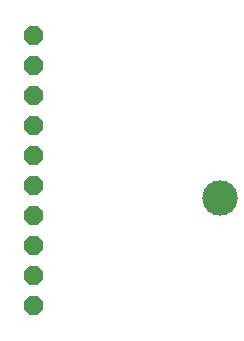
<source format=gbr>
G04 DipTrace 2.4.0.2*
%INBottomMask.gbr*%
%MOMM*%
%ADD17C,3.0*%
%FSLAX53Y53*%
G04*
G71*
G90*
G75*
G01*
%LNBotMask*%
%LPD*%
D17*
X17833Y12115D3*
G36*
X1179Y3342D2*
X1660Y3823D1*
X2340D1*
X2821Y3342D1*
Y2662D1*
X2340Y2180D1*
X1660D1*
X1179Y2662D1*
Y3342D1*
G37*
G36*
Y5882D2*
X1660Y6363D1*
X2340D1*
X2821Y5882D1*
Y5202D1*
X2340Y4720D1*
X1660D1*
X1179Y5202D1*
Y5882D1*
G37*
G36*
Y8422D2*
X1660Y8903D1*
X2340D1*
X2821Y8422D1*
Y7742D1*
X2340Y7261D1*
X1660D1*
X1179Y7742D1*
Y8422D1*
G37*
G36*
Y10962D2*
X1660Y11443D1*
X2340D1*
X2821Y10962D1*
Y10282D1*
X2340Y9800D1*
X1660D1*
X1179Y10282D1*
Y10962D1*
G37*
G36*
Y13502D2*
X1660Y13983D1*
X2340D1*
X2821Y13502D1*
Y12822D1*
X2340Y12340D1*
X1660D1*
X1179Y12822D1*
Y13502D1*
G37*
G36*
Y16042D2*
X1660Y16523D1*
X2340D1*
X2821Y16042D1*
Y15362D1*
X2340Y14880D1*
X1660D1*
X1179Y15362D1*
Y16042D1*
G37*
G36*
Y18582D2*
X1660Y19063D1*
X2340D1*
X2821Y18582D1*
Y17902D1*
X2340Y17421D1*
X1660D1*
X1179Y17902D1*
Y18582D1*
G37*
G36*
Y21122D2*
X1660Y21603D1*
X2340D1*
X2821Y21122D1*
Y20442D1*
X2340Y19960D1*
X1660D1*
X1179Y20442D1*
Y21122D1*
G37*
G36*
Y23662D2*
X1660Y24143D1*
X2340D1*
X2821Y23662D1*
Y22982D1*
X2340Y22500D1*
X1660D1*
X1179Y22982D1*
Y23662D1*
G37*
G36*
Y26202D2*
X1660Y26683D1*
X2340D1*
X2821Y26202D1*
Y25522D1*
X2340Y25040D1*
X1660D1*
X1179Y25522D1*
Y26202D1*
G37*
M02*

</source>
